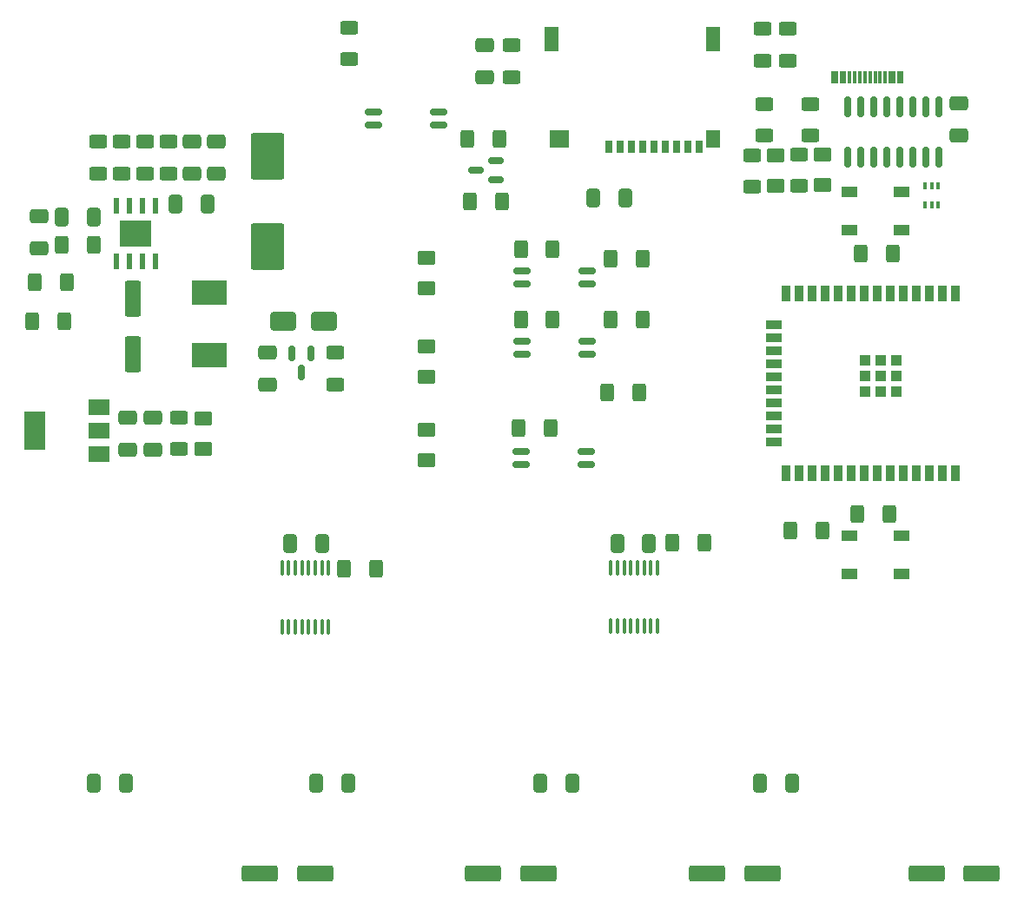
<source format=gbr>
%TF.GenerationSoftware,KiCad,Pcbnew,7.0.8*%
%TF.CreationDate,2023-11-01T12:09:58-04:00*%
%TF.ProjectId,ESP32_CNC,45535033-325f-4434-9e43-2e6b69636164,rev?*%
%TF.SameCoordinates,Original*%
%TF.FileFunction,Paste,Top*%
%TF.FilePolarity,Positive*%
%FSLAX46Y46*%
G04 Gerber Fmt 4.6, Leading zero omitted, Abs format (unit mm)*
G04 Created by KiCad (PCBNEW 7.0.8) date 2023-11-01 12:09:58*
%MOMM*%
%LPD*%
G01*
G04 APERTURE LIST*
G04 Aperture macros list*
%AMRoundRect*
0 Rectangle with rounded corners*
0 $1 Rounding radius*
0 $2 $3 $4 $5 $6 $7 $8 $9 X,Y pos of 4 corners*
0 Add a 4 corners polygon primitive as box body*
4,1,4,$2,$3,$4,$5,$6,$7,$8,$9,$2,$3,0*
0 Add four circle primitives for the rounded corners*
1,1,$1+$1,$2,$3*
1,1,$1+$1,$4,$5*
1,1,$1+$1,$6,$7*
1,1,$1+$1,$8,$9*
0 Add four rect primitives between the rounded corners*
20,1,$1+$1,$2,$3,$4,$5,0*
20,1,$1+$1,$4,$5,$6,$7,0*
20,1,$1+$1,$6,$7,$8,$9,0*
20,1,$1+$1,$8,$9,$2,$3,0*%
G04 Aperture macros list end*
%ADD10RoundRect,0.250000X-0.412500X-0.650000X0.412500X-0.650000X0.412500X0.650000X-0.412500X0.650000X0*%
%ADD11RoundRect,0.250000X1.500000X0.550000X-1.500000X0.550000X-1.500000X-0.550000X1.500000X-0.550000X0*%
%ADD12RoundRect,0.250000X-0.625000X0.400000X-0.625000X-0.400000X0.625000X-0.400000X0.625000X0.400000X0*%
%ADD13RoundRect,0.150000X-0.150000X0.587500X-0.150000X-0.587500X0.150000X-0.587500X0.150000X0.587500X0*%
%ADD14RoundRect,0.250000X-0.650000X0.412500X-0.650000X-0.412500X0.650000X-0.412500X0.650000X0.412500X0*%
%ADD15RoundRect,0.250001X0.624999X-0.462499X0.624999X0.462499X-0.624999X0.462499X-0.624999X-0.462499X0*%
%ADD16R,0.300000X1.150000*%
%ADD17RoundRect,0.250000X0.625000X-0.400000X0.625000X0.400000X-0.625000X0.400000X-0.625000X-0.400000X0*%
%ADD18RoundRect,0.250000X-0.400000X-0.625000X0.400000X-0.625000X0.400000X0.625000X-0.400000X0.625000X0*%
%ADD19RoundRect,0.250000X0.400000X0.625000X-0.400000X0.625000X-0.400000X-0.625000X0.400000X-0.625000X0*%
%ADD20R,0.400000X0.650000*%
%ADD21R,0.600000X1.550000*%
%ADD22R,3.100000X2.600000*%
%ADD23R,1.600000X1.000000*%
%ADD24RoundRect,0.100000X0.100000X-0.637500X0.100000X0.637500X-0.100000X0.637500X-0.100000X-0.637500X0*%
%ADD25RoundRect,0.250000X-1.000000X-0.650000X1.000000X-0.650000X1.000000X0.650000X-1.000000X0.650000X0*%
%ADD26RoundRect,0.150000X-0.662500X-0.150000X0.662500X-0.150000X0.662500X0.150000X-0.662500X0.150000X0*%
%ADD27RoundRect,0.250000X0.412500X0.650000X-0.412500X0.650000X-0.412500X-0.650000X0.412500X-0.650000X0*%
%ADD28R,0.900000X1.500000*%
%ADD29R,1.500000X0.900000*%
%ADD30R,1.050000X1.050000*%
%ADD31RoundRect,0.150000X-0.150000X0.825000X-0.150000X-0.825000X0.150000X-0.825000X0.150000X0.825000X0*%
%ADD32RoundRect,0.250000X1.400000X2.000000X-1.400000X2.000000X-1.400000X-2.000000X1.400000X-2.000000X0*%
%ADD33R,3.500000X2.350000*%
%ADD34R,2.000000X1.500000*%
%ADD35R,2.000000X3.800000*%
%ADD36RoundRect,0.250000X0.650000X-0.412500X0.650000X0.412500X-0.650000X0.412500X-0.650000X-0.412500X0*%
%ADD37RoundRect,0.150000X0.587500X0.150000X-0.587500X0.150000X-0.587500X-0.150000X0.587500X-0.150000X0*%
%ADD38R,0.700000X1.300000*%
%ADD39R,1.447800X1.651000*%
%ADD40R,1.447800X2.438400*%
%ADD41R,1.854200X1.651000*%
%ADD42RoundRect,0.250000X0.550000X-1.500000X0.550000X1.500000X-0.550000X1.500000X-0.550000X-1.500000X0*%
G04 APERTURE END LIST*
D10*
%TO.C,C17*%
X102323500Y-66040000D03*
X105448500Y-66040000D03*
%TD*%
D11*
%TO.C,C6*%
X115903400Y-131279400D03*
X110503400Y-131279400D03*
%TD*%
D12*
%TO.C,R19*%
X97028000Y-59944000D03*
X97028000Y-63044000D03*
%TD*%
D11*
%TO.C,C10*%
X159503400Y-131279400D03*
X154103400Y-131279400D03*
%TD*%
D12*
%TO.C,R7*%
X164200000Y-56262500D03*
X164200000Y-59362500D03*
%TD*%
D13*
%TO.C,Q1*%
X115504000Y-80596500D03*
X113604000Y-80596500D03*
X114554000Y-82471500D03*
%TD*%
D14*
%TO.C,C2*%
X178700000Y-56237500D03*
X178700000Y-59362500D03*
%TD*%
D15*
%TO.C,D1*%
X105004000Y-89867300D03*
X105004000Y-86892300D03*
%TD*%
D16*
%TO.C,P1*%
X173100000Y-53670000D03*
X172300000Y-53670000D03*
X171000000Y-53670000D03*
X170000000Y-53670000D03*
X169500000Y-53670000D03*
X168500000Y-53670000D03*
X167200000Y-53670000D03*
X166400000Y-53670000D03*
X166700000Y-53670000D03*
X167500000Y-53670000D03*
X168000000Y-53670000D03*
X169000000Y-53670000D03*
X170500000Y-53670000D03*
X171500000Y-53670000D03*
X172000000Y-53670000D03*
X172800000Y-53670000D03*
%TD*%
D17*
%TO.C,R1*%
X159500000Y-52050000D03*
X159500000Y-48950000D03*
%TD*%
D18*
%TO.C,R10*%
X169138000Y-70866000D03*
X172238000Y-70866000D03*
%TD*%
%TO.C,R12*%
X118719000Y-101600000D03*
X121819000Y-101600000D03*
%TD*%
%TO.C,R30*%
X144754000Y-71374000D03*
X147854000Y-71374000D03*
%TD*%
D19*
%TO.C,R21*%
X165380000Y-97816000D03*
X162280000Y-97816000D03*
%TD*%
D20*
%TO.C,Q3*%
X176672000Y-64201000D03*
X176022000Y-64201000D03*
X175372000Y-64201000D03*
X175372000Y-66101000D03*
X176022000Y-66101000D03*
X176672000Y-66101000D03*
%TD*%
D15*
%TO.C,D7*%
X126746000Y-82894500D03*
X126746000Y-79919500D03*
%TD*%
D12*
%TO.C,R8*%
X117856000Y-80492000D03*
X117856000Y-83592000D03*
%TD*%
D14*
%TO.C,C1*%
X100113000Y-86829500D03*
X100113000Y-89954500D03*
%TD*%
D12*
%TO.C,R9*%
X119227600Y-48817600D03*
X119227600Y-51917600D03*
%TD*%
D21*
%TO.C,U10*%
X100330000Y-66228000D03*
X99060000Y-66228000D03*
X97790000Y-66228000D03*
X96520000Y-66228000D03*
X96520000Y-71628000D03*
X97790000Y-71628000D03*
X99060000Y-71628000D03*
X100330000Y-71628000D03*
D22*
X98425000Y-68928000D03*
%TD*%
D23*
%TO.C,SW2*%
X173111000Y-102053000D03*
X168011000Y-102053000D03*
X173111000Y-98353000D03*
X168011000Y-98353000D03*
%TD*%
D24*
%TO.C,U4*%
X112668600Y-107256500D03*
X113318600Y-107256500D03*
X113968600Y-107256500D03*
X114618600Y-107256500D03*
X115268600Y-107256500D03*
X115918600Y-107256500D03*
X116568600Y-107256500D03*
X117218600Y-107256500D03*
X117218600Y-101531500D03*
X116568600Y-101531500D03*
X115918600Y-101531500D03*
X115268600Y-101531500D03*
X114618600Y-101531500D03*
X113968600Y-101531500D03*
X113318600Y-101531500D03*
X112668600Y-101531500D03*
%TD*%
D18*
%TO.C,R16*%
X88620000Y-73660000D03*
X91720000Y-73660000D03*
%TD*%
D12*
%TO.C,R4*%
X158500000Y-61262500D03*
X158500000Y-64362500D03*
%TD*%
D19*
%TO.C,R17*%
X94298500Y-69997500D03*
X91198500Y-69997500D03*
%TD*%
D12*
%TO.C,R2*%
X162000000Y-48950000D03*
X162000000Y-52050000D03*
%TD*%
D25*
%TO.C,D5*%
X112808000Y-77470000D03*
X116808000Y-77470000D03*
%TD*%
D26*
%TO.C,U12*%
X136068200Y-72542400D03*
X136068200Y-73812400D03*
X142443200Y-73812400D03*
X142443200Y-72542400D03*
%TD*%
D18*
%TO.C,R15*%
X88366000Y-77470000D03*
X91466000Y-77470000D03*
%TD*%
%TO.C,R32*%
X144398400Y-84429600D03*
X147498400Y-84429600D03*
%TD*%
%TO.C,R31*%
X144703200Y-77266800D03*
X147803200Y-77266800D03*
%TD*%
D12*
%TO.C,R29*%
X135026400Y-50520000D03*
X135026400Y-53620000D03*
%TD*%
D27*
%TO.C,C14*%
X146162500Y-65400000D03*
X143037500Y-65400000D03*
%TD*%
D10*
%TO.C,C11*%
X137828400Y-122529400D03*
X140953400Y-122529400D03*
%TD*%
D27*
%TO.C,C4*%
X148477700Y-99143200D03*
X145352700Y-99143200D03*
%TD*%
D12*
%TO.C,R5*%
X163100000Y-61162500D03*
X163100000Y-64262500D03*
%TD*%
D26*
%TO.C,U11*%
X121564400Y-57048400D03*
X121564400Y-58318400D03*
X127939400Y-58318400D03*
X127939400Y-57048400D03*
%TD*%
D14*
%TO.C,C16*%
X103886000Y-59931500D03*
X103886000Y-63056500D03*
%TD*%
D19*
%TO.C,R13*%
X153823000Y-99060000D03*
X150723000Y-99060000D03*
%TD*%
D28*
%TO.C,U3*%
X178348000Y-74750000D03*
X177078000Y-74750000D03*
X175808000Y-74750000D03*
X174538000Y-74750000D03*
X173268000Y-74750000D03*
X171998000Y-74750000D03*
X170728000Y-74750000D03*
X169458000Y-74750000D03*
X168188000Y-74750000D03*
X166918000Y-74750000D03*
X165648000Y-74750000D03*
X164378000Y-74750000D03*
X163108000Y-74750000D03*
X161838000Y-74750000D03*
D29*
X160588000Y-77790000D03*
X160588000Y-79060000D03*
X160588000Y-80330000D03*
X160588000Y-81600000D03*
X160588000Y-82870000D03*
X160588000Y-84140000D03*
X160588000Y-85410000D03*
X160588000Y-86680000D03*
X160588000Y-87950000D03*
X160588000Y-89220000D03*
D28*
X161838000Y-92250000D03*
X163108000Y-92250000D03*
X164378000Y-92250000D03*
X165648000Y-92250000D03*
X166918000Y-92250000D03*
X168188000Y-92250000D03*
X169458000Y-92250000D03*
X170728000Y-92250000D03*
X171998000Y-92250000D03*
X173268000Y-92250000D03*
X174538000Y-92250000D03*
X175808000Y-92250000D03*
X177078000Y-92250000D03*
X178348000Y-92250000D03*
D30*
X172533000Y-81295000D03*
X171008000Y-81295000D03*
X169483000Y-81295000D03*
X172533000Y-82820000D03*
X171008000Y-82820000D03*
X169483000Y-82820000D03*
X172533000Y-84345000D03*
X171008000Y-84345000D03*
X169483000Y-84345000D03*
%TD*%
D15*
%TO.C,D2*%
X160800000Y-64250000D03*
X160800000Y-61275000D03*
%TD*%
D14*
%TO.C,C15*%
X106299000Y-59931500D03*
X106299000Y-63056500D03*
%TD*%
D17*
%TO.C,R6*%
X159700000Y-59362500D03*
X159700000Y-56262500D03*
%TD*%
D31*
%TO.C,U2*%
X176695000Y-56525000D03*
X175425000Y-56525000D03*
X174155000Y-56525000D03*
X172885000Y-56525000D03*
X171615000Y-56525000D03*
X170345000Y-56525000D03*
X169075000Y-56525000D03*
X167805000Y-56525000D03*
X167805000Y-61475000D03*
X169075000Y-61475000D03*
X170345000Y-61475000D03*
X171615000Y-61475000D03*
X172885000Y-61475000D03*
X174155000Y-61475000D03*
X175425000Y-61475000D03*
X176695000Y-61475000D03*
%TD*%
D32*
%TO.C,D4*%
X111252000Y-70186000D03*
X111252000Y-61386000D03*
%TD*%
D33*
%TO.C,L1*%
X105613200Y-74699000D03*
X105613200Y-80749000D03*
%TD*%
D18*
%TO.C,R27*%
X135737000Y-87884000D03*
X138837000Y-87884000D03*
%TD*%
D14*
%TO.C,C21*%
X111252000Y-80479500D03*
X111252000Y-83604500D03*
%TD*%
D34*
%TO.C,U1*%
X94869000Y-90424000D03*
X94869000Y-88124000D03*
X94869000Y-85824000D03*
D35*
X88569000Y-88124000D03*
%TD*%
D26*
%TO.C,U13*%
X136093200Y-79425800D03*
X136093200Y-80695800D03*
X142468200Y-80695800D03*
X142468200Y-79425800D03*
%TD*%
D15*
%TO.C,D3*%
X165400000Y-64200000D03*
X165400000Y-61225000D03*
%TD*%
D14*
%TO.C,C7*%
X97663000Y-86829500D03*
X97663000Y-89954500D03*
%TD*%
D26*
%TO.C,U14*%
X135953700Y-90170000D03*
X135953700Y-91440000D03*
X142328700Y-91440000D03*
X142328700Y-90170000D03*
%TD*%
D11*
%TO.C,C12*%
X180903400Y-131279400D03*
X175503400Y-131279400D03*
%TD*%
D36*
%TO.C,C22*%
X132461000Y-53671000D03*
X132461000Y-50546000D03*
%TD*%
D15*
%TO.C,D8*%
X126746000Y-91022500D03*
X126746000Y-88047500D03*
%TD*%
D10*
%TO.C,C19*%
X91186000Y-67310000D03*
X94311000Y-67310000D03*
%TD*%
D18*
%TO.C,R25*%
X135965600Y-77317600D03*
X139065600Y-77317600D03*
%TD*%
D36*
%TO.C,C18*%
X88998500Y-70310000D03*
X88998500Y-67185000D03*
%TD*%
D37*
%TO.C,Q4*%
X133497800Y-63688000D03*
X133497800Y-61788000D03*
X131622800Y-62738000D03*
%TD*%
D10*
%TO.C,C9*%
X116028400Y-122529400D03*
X119153400Y-122529400D03*
%TD*%
D19*
%TO.C,R11*%
X171857000Y-96266000D03*
X168757000Y-96266000D03*
%TD*%
D38*
%TO.C,MICRO_SD1*%
X144520200Y-60423800D03*
X145620200Y-60423800D03*
X146720200Y-60423800D03*
X147820200Y-60423800D03*
X148920200Y-60423800D03*
X150020200Y-60423800D03*
X151120200Y-60423800D03*
X152220200Y-60423800D03*
X153320200Y-60423800D03*
D39*
X154738600Y-59650000D03*
D40*
X154738600Y-49950000D03*
X138913800Y-49950000D03*
D41*
X139688800Y-59650000D03*
%TD*%
D42*
%TO.C,C20*%
X98113200Y-80678000D03*
X98113200Y-75278000D03*
%TD*%
D18*
%TO.C,R23*%
X135965600Y-70408800D03*
X139065600Y-70408800D03*
%TD*%
D12*
%TO.C,R14*%
X94742000Y-59944000D03*
X94742000Y-63044000D03*
%TD*%
D15*
%TO.C,D6*%
X126746000Y-74258500D03*
X126746000Y-71283500D03*
%TD*%
D17*
%TO.C,R20*%
X99314000Y-63044000D03*
X99314000Y-59944000D03*
%TD*%
D10*
%TO.C,C3*%
X94303400Y-122529400D03*
X97428400Y-122529400D03*
%TD*%
D11*
%TO.C,C8*%
X137703400Y-131279400D03*
X132303400Y-131279400D03*
%TD*%
D10*
%TO.C,C5*%
X113481100Y-99094000D03*
X116606100Y-99094000D03*
%TD*%
D12*
%TO.C,R3*%
X102654000Y-86829800D03*
X102654000Y-89929800D03*
%TD*%
D18*
%TO.C,R36*%
X130784000Y-59639200D03*
X133884000Y-59639200D03*
%TD*%
%TO.C,R35*%
X131038000Y-65735200D03*
X134138000Y-65735200D03*
%TD*%
D23*
%TO.C,SW1*%
X168011000Y-64825000D03*
X173111000Y-64825000D03*
X168011000Y-68525000D03*
X173111000Y-68525000D03*
%TD*%
D10*
%TO.C,C13*%
X159303400Y-122529400D03*
X162428400Y-122529400D03*
%TD*%
D12*
%TO.C,R18*%
X101600000Y-59944000D03*
X101600000Y-63044000D03*
%TD*%
D24*
%TO.C,U5*%
X144740200Y-107205700D03*
X145390200Y-107205700D03*
X146040200Y-107205700D03*
X146690200Y-107205700D03*
X147340200Y-107205700D03*
X147990200Y-107205700D03*
X148640200Y-107205700D03*
X149290200Y-107205700D03*
X149290200Y-101480700D03*
X148640200Y-101480700D03*
X147990200Y-101480700D03*
X147340200Y-101480700D03*
X146690200Y-101480700D03*
X146040200Y-101480700D03*
X145390200Y-101480700D03*
X144740200Y-101480700D03*
%TD*%
M02*

</source>
